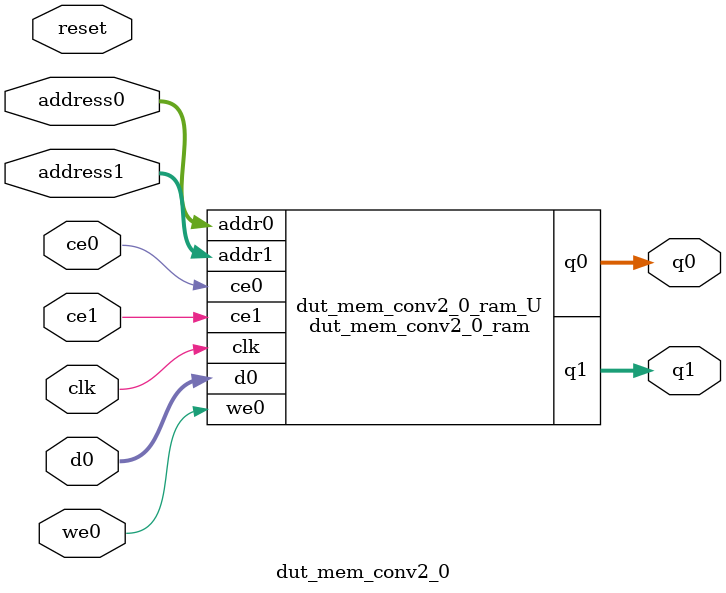
<source format=v>

`timescale 1 ns / 1 ps
module dut_mem_conv2_0_ram (addr0, ce0, d0, we0, q0, addr1, ce1, q1,  clk);

parameter DWIDTH = 128;
parameter AWIDTH = 8;
parameter MEM_SIZE = 147;

input[AWIDTH-1:0] addr0;
input ce0;
input[DWIDTH-1:0] d0;
input we0;
output reg[DWIDTH-1:0] q0;
input[AWIDTH-1:0] addr1;
input ce1;
output reg[DWIDTH-1:0] q1;
input clk;

(* ram_style = "block" *)reg [DWIDTH-1:0] ram[MEM_SIZE-1:0];




always @(posedge clk)  
begin 
    if (ce0) 
    begin
        if (we0) 
        begin 
            ram[addr0] <= d0; 
            q0 <= d0;
        end 
        else 
            q0 <= ram[addr0];
    end
end


always @(posedge clk)  
begin 
    if (ce1) 
    begin
            q1 <= ram[addr1];
    end
end


endmodule


`timescale 1 ns / 1 ps
module dut_mem_conv2_0(
    reset,
    clk,
    address0,
    ce0,
    we0,
    d0,
    q0,
    address1,
    ce1,
    q1);

parameter DataWidth = 32'd128;
parameter AddressRange = 32'd147;
parameter AddressWidth = 32'd8;
input reset;
input clk;
input[AddressWidth - 1:0] address0;
input ce0;
input we0;
input[DataWidth - 1:0] d0;
output[DataWidth - 1:0] q0;
input[AddressWidth - 1:0] address1;
input ce1;
output[DataWidth - 1:0] q1;



dut_mem_conv2_0_ram dut_mem_conv2_0_ram_U(
    .clk( clk ),
    .addr0( address0 ),
    .ce0( ce0 ),
    .d0( d0 ),
    .we0( we0 ),
    .q0( q0 ),
    .addr1( address1 ),
    .ce1( ce1 ),
    .q1( q1 ));

endmodule


</source>
